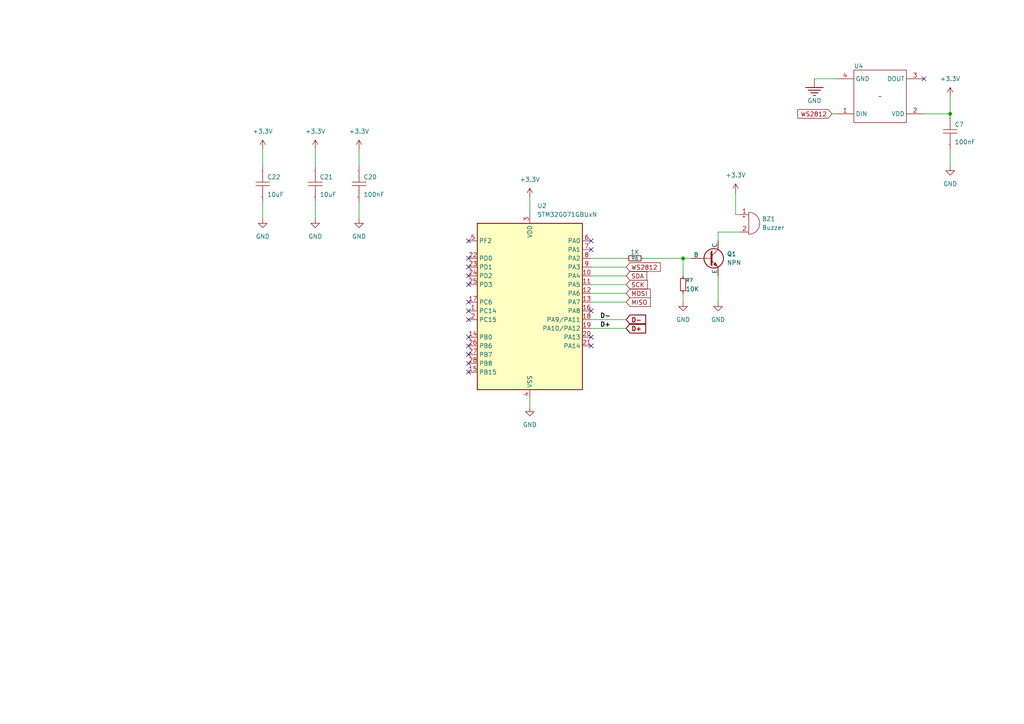
<source format=kicad_sch>
(kicad_sch (version 20250114) (generator "eeschema") (generator_version "9.0")
  (paper "A4")
  (lib_symbols
    (symbol "Device:Buzzer" (pin_names (offset 0.0254) (hide yes))
      (property "Reference" "BZ" (at 3.81 1.27 0))
      (property "Value" "Buzzer" (at 3.81 -1.27 0))
      (symbol "Buzzer_0_1"
        (polyline (pts (xy -1.651 1.905) (xy -1.143 1.905)))
        (polyline (pts (xy -1.397 2.159) (xy -1.397 1.651)))
        (arc (start 0 3.175) (mid 3.1612 0) (end 0 -3.175))
        (polyline (pts (xy 0 3.175) (xy 0 -3.175)))
      )
      (symbol "Buzzer_1_1"
        (pin passive line (at -2.54 2.54 0) (length 2.54) (name "+") (number "1"))
        (pin passive line (at -2.54 -2.54 0) (length 2.54) (name "-") (number "2"))
      )
    )
    (symbol "Device:R_Small" (pin_numbers (hide yes)) (pin_names (offset 0.254) (hide yes))
      (property "Reference" "R" (at 0 0 90))
      (property "Value" "R_Small" (at 1.778 0 90))
      (symbol "R_Small_0_1"
        (rectangle (start -0.762 1.778) (end 0.762 -1.778) (stroke (width 0.2032)))
      )
      (symbol "R_Small_1_1"
        (pin passive line (at 0 2.54 270) (length 0.762) (name "~") (number "1"))
        (pin passive line (at 0 -2.54 90) (length 0.762) (name "~") (number "2"))
      )
    )
    (symbol "MCU_ST_STM32G0:STM32G071GBUxN"
      (property "Reference" "U" (at -15.24 26.67 0))
      (property "Value" "STM32G071GBUxN" (at 2.54 26.67 0))
      (symbol "STM32G071GBUxN_0_1"
        (rectangle (start -15.24 -22.86) (end 15.24 25.4) (stroke (width 0.254)) (fill (type background)))
      )
      (symbol "STM32G071GBUxN_1_1"
        (pin bidirectional line (at -17.78 20.32 0) (length 2.54) (name "PF2") (number "5"))
        (pin bidirectional line (at -17.78 15.24 0) (length 2.54) (name "PD0") (number "22"))
        (pin bidirectional line (at -17.78 12.7 0) (length 2.54) (name "PD1") (number "23"))
        (pin bidirectional line (at -17.78 10.16 0) (length 2.54) (name "PD2") (number "24"))
        (pin bidirectional line (at -17.78 7.62 0) (length 2.54) (name "PD3") (number "25"))
        (pin bidirectional line (at -17.78 2.54 0) (length 2.54) (name "PC6") (number "17"))
        (pin bidirectional line (at -17.78 0 0) (length 2.54) (name "PC14") (number "1"))
        (pin bidirectional line (at -17.78 -2.54 0) (length 2.54) (name "PC15") (number "2"))
        (pin bidirectional line (at -17.78 -7.62 0) (length 2.54) (name "PB0") (number "14"))
        (pin bidirectional line (at -17.78 -10.16 0) (length 2.54) (name "PB6") (number "26"))
        (pin bidirectional line (at -17.78 -12.7 0) (length 2.54) (name "PB7") (number "27"))
        (pin bidirectional line (at -17.78 -15.24 0) (length 2.54) (name "PB8") (number "28"))
        (pin bidirectional line (at -17.78 -17.78 0) (length 2.54) (name "PB15") (number "15"))
        (pin power_in line (at 0 27.94 270) (length 2.54) (name "VDD") (number "3"))
        (pin power_in line (at 0 -25.4 90) (length 2.54) (name "VSS") (number "4"))
        (pin bidirectional line (at 17.78 20.32 180) (length 2.54) (name "PA0") (number "6"))
        (pin bidirectional line (at 17.78 17.78 180) (length 2.54) (name "PA1") (number "7"))
        (pin bidirectional line (at 17.78 15.24 180) (length 2.54) (name "PA2") (number "8"))
        (pin bidirectional line (at 17.78 12.7 180) (length 2.54) (name "PA3") (number "9"))
        (pin bidirectional line (at 17.78 10.16 180) (length 2.54) (name "PA4") (number "10"))
        (pin bidirectional line (at 17.78 7.62 180) (length 2.54) (name "PA5") (number "11"))
        (pin bidirectional line (at 17.78 5.08 180) (length 2.54) (name "PA6") (number "12"))
        (pin bidirectional line (at 17.78 2.54 180) (length 2.54) (name "PA7") (number "13"))
        (pin bidirectional line (at 17.78 0 180) (length 2.54) (name "PA8") (number "16"))
        (pin bidirectional line (at 17.78 -2.54 180) (length 2.54) (name "PA9/PA11") (number "18"))
        (pin bidirectional line (at 17.78 -5.08 180) (length 2.54) (name "PA10/PA12") (number "19"))
        (pin bidirectional line (at 17.78 -7.62 180) (length 2.54) (name "PA13") (number "20"))
        (pin bidirectional line (at 17.78 -10.16 180) (length 2.54) (name "PA14") (number "21"))
      )
    )
    (symbol "ProPrj_基于A-easyedapro:C1210X7R475K630NT"
      (property "Reference" "C" (at 0 0 0))
      (symbol "C1210X7R475K630NT_1_0"
        (polyline (pts (xy -0.508 0) (xy -2.54 0)))
        (polyline (pts (xy -0.508 -2.032) (xy -0.508 2.032)))
        (polyline (pts (xy 0.508 2.032) (xy 0.508 -2.032)))
        (polyline (pts (xy 2.54 0) (xy 0.508 0)))
        (pin input line (at -5.08 0 0) (length 2.54) (name "1") (number "1"))
        (pin input line (at 5.08 0 180) (length 2.54) (name "2") (number "2"))
      )
    )
    (symbol "ProPrj_基于A-easyedapro:Ground-GND" (power) (pin_numbers (hide yes)) (pin_names (hide yes))
      (property "Value" "GND" (at 0 -6.35 0))
      (symbol "Ground-GND_1_0"
        (polyline (pts (xy -2.54 -2.54) (xy 2.54 -2.54)) (stroke (width 0.254)))
        (polyline (pts (xy -1.778 -3.302) (xy 1.778 -3.302)) (stroke (width 0.254)))
        (polyline (pts (xy -1.016 -4.064) (xy 1.016 -4.064)) (stroke (width 0.254)))
        (polyline (pts (xy -0.254 -4.826) (xy 0.254 -4.826)) (stroke (width 0.254)))
        (pin power_in line (at 0 0 270) (length 2.54) (name "") (number "1"))
      )
    )
    (symbol "ProPrj_基于A-easyedapro:ws2812b_1515"
      (symbol "ws2812b_1515_1_0"
        (rectangle (start -7.62 -7.62) (end 7.62 7.62))
        (pin input line (at -12.7 5.08 0) (length 5.08) (name "GND") (number "4"))
        (pin input line (at -12.7 -5.08 0) (length 5.08) (name "DIN") (number "1"))
        (pin input line (at 12.7 5.08 180) (length 5.08) (name "DOUT") (number "3"))
        (pin input line (at 12.7 -5.08 180) (length 5.08) (name "VDD") (number "2"))
      )
    )
    (symbol "Simulation_SPICE:NPN" (pin_numbers (hide yes)) (pin_names (offset 0))
      (property "Reference" "Q" (at -2.54 7.62 0))
      (property "Value" "NPN" (at -2.54 5.08 0))
      (symbol "NPN_0_1"
        (polyline (pts (xy -2.54 0) (xy 0.635 0)) (stroke (width 0.1524)))
        (polyline (pts (xy 0.635 1.905) (xy 0.635 -1.905) (xy 0.635 -1.905)) (stroke (width 0.508)))
        (polyline (pts (xy 0.635 0.635) (xy 2.54 2.54)))
        (polyline (pts (xy 0.635 -0.635) (xy 2.54 -2.54) (xy 2.54 -2.54)))
        (circle (center 1.27 0) (radius 2.8194) (stroke (width 0.254)))
        (polyline (pts (xy 1.27 -1.778) (xy 1.778 -1.27) (xy 2.286 -2.286) (xy 1.27 -1.778) (xy 1.27 -1.778)) (fill (type outline)))
        (polyline (pts (xy 2.794 -1.27) (xy 2.794 -1.27)) (stroke (width 0.1524)))
        (polyline (pts (xy 2.794 -1.27) (xy 2.794 -1.27)) (stroke (width 0.1524)))
      )
      (symbol "NPN_1_1"
        (pin input line (at -5.08 0 0) (length 2.54) (name "B") (number "2"))
        (pin open_collector line (at 2.54 5.08 270) (length 2.54) (name "C") (number "1"))
        (pin open_emitter line (at 2.54 -5.08 90) (length 2.54) (name "E") (number "3"))
      )
    )
    (symbol "power:+3.3V" (power) (pin_numbers (hide yes)) (pin_names (offset 0) (hide yes))
      (property "Value" "+3.3V" (at 0 3.556 0))
      (symbol "+3.3V_0_1"
        (polyline (pts (xy -0.762 1.27) (xy 0 2.54)))
        (polyline (pts (xy 0 2.54) (xy 0.762 1.27)))
        (polyline (pts (xy 0 0) (xy 0 2.54)))
      )
      (symbol "+3.3V_1_1"
        (pin power_in line (at 0 0 90) (length 0) (name "~") (number "1"))
      )
    )
    (symbol "power:GND" (power) (pin_numbers (hide yes)) (pin_names (offset 0) (hide yes))
      (property "Value" "GND" (at 0 -3.81 0))
      (symbol "GND_0_1"
        (polyline (pts (xy 0 0) (xy 0 -1.27) (xy 1.27 -1.27) (xy 0 -2.54) (xy -1.27 -1.27) (xy 0 -1.27)))
      )
      (symbol "GND_1_1"
        (pin power_in line (at 0 0 270) (length 0) (name "~") (number "1"))
      )
    )
  )
  (junction (at 198.12 74.93))
  (junction (at 275.59 33.02))
  (no_connect (at 135.89 100.33))
  (no_connect (at 135.89 82.55))
  (no_connect (at 135.89 107.95))
  (no_connect (at 135.89 69.85))
  (no_connect (at 171.45 100.33))
  (no_connect (at 267.97 22.86))
  (no_connect (at 171.45 90.17))
  (no_connect (at 171.45 72.39))
  (no_connect (at 135.89 97.79))
  (no_connect (at 171.45 69.85))
  (no_connect (at 135.89 102.87))
  (no_connect (at 171.45 97.79))
  (no_connect (at 135.89 105.41))
  (no_connect (at 135.89 80.01))
  (no_connect (at 135.89 77.47))
  (no_connect (at 135.89 87.63))
  (no_connect (at 135.89 90.17))
  (no_connect (at 135.89 92.71))
  (no_connect (at 135.89 74.93))
  (wire (pts (xy 275.59 27.94) (xy 275.59 33.02)))
  (wire (pts (xy 76.2 58.42) (xy 76.2 63.5)))
  (wire (pts (xy 171.45 74.93) (xy 181.61 74.93)))
  (wire (pts (xy 275.59 43.18) (xy 275.59 48.26)))
  (wire (pts (xy 171.45 87.63) (xy 181.61 87.63)))
  (wire (pts (xy 208.28 80.01) (xy 208.28 87.63)))
  (wire (pts (xy 186.69 74.93) (xy 198.12 74.93)))
  (wire (pts (xy 91.44 58.42) (xy 91.44 63.5)))
  (wire (pts (xy 214.63 67.31) (xy 208.28 67.31)))
  (wire (pts (xy 171.45 95.25) (xy 181.61 95.25)))
  (wire (pts (xy 171.45 77.47) (xy 181.61 77.47)))
  (wire (pts (xy 267.97 33.02) (xy 275.59 33.02)))
  (wire (pts (xy 171.45 85.09) (xy 181.61 85.09)))
  (wire (pts (xy 76.2 43.18) (xy 76.2 48.26)))
  (wire (pts (xy 104.14 43.18) (xy 104.14 48.26)))
  (wire (pts (xy 213.36 62.23) (xy 214.63 62.23)))
  (wire (pts (xy 198.12 74.93) (xy 200.66 74.93)))
  (wire (pts (xy 171.45 82.55) (xy 181.61 82.55)))
  (wire (pts (xy 153.67 115.57) (xy 153.67 118.11)))
  (wire (pts (xy 91.44 43.18) (xy 91.44 48.26)))
  (wire (pts (xy 198.12 74.93) (xy 198.12 80.01)))
  (wire (pts (xy 236.22 22.86) (xy 242.57 22.86)))
  (wire (pts (xy 208.28 67.31) (xy 208.28 69.85)))
  (wire (pts (xy 104.14 58.42) (xy 104.14 63.5)))
  (wire (pts (xy 198.12 85.09) (xy 198.12 87.63)))
  (wire (pts (xy 213.36 55.88) (xy 213.36 62.23)))
  (wire (pts (xy 241.3 33.02) (xy 242.57 33.02)))
  (wire (pts (xy 171.45 80.01) (xy 181.61 80.01)))
  (wire (pts (xy 171.45 92.71) (xy 181.61 92.71)))
  (wire (pts (xy 153.67 57.15) (xy 153.67 62.23)))
  (label "D+" (at 173.99 95.25 0) (effects (font (thickness 0.254) (bold yes))))
  (label "D-" (at 173.99 92.71 0) (effects (font (thickness 0.254) (bold yes))))
  (global_label "D+" (shape input) (at 181.61 95.25 0) (effects (font (thickness 0.254) (bold yes))) (property "Intersheetrefs" "${INTERSHEET_REFS}" (effects (hide yes))))
  (global_label "D-" (shape input) (at 181.61 92.71 0) (effects (font (thickness 0.254) (bold yes))) (property "Intersheetrefs" "${INTERSHEET_REFS}" (effects (hide yes))))
  (global_label "WS2812" (shape input) (at 241.3 33.02 180) (property "Intersheetrefs" "${INTERSHEET_REFS}" (effects (hide yes))))
  (global_label "SDA" (shape input) (at 181.61 80.01 0) (property "Intersheetrefs" "${INTERSHEET_REFS}" (effects (hide yes))))
  (global_label "SCK" (shape input) (at 181.61 82.55 0) (property "Intersheetrefs" "${INTERSHEET_REFS}" (effects (hide yes))))
  (global_label "WS2812" (shape input) (at 181.61 77.47 0) (property "Intersheetrefs" "${INTERSHEET_REFS}" (effects (hide yes))))
  (global_label "MOSI" (shape input) (at 181.61 85.09 0) (property "Intersheetrefs" "${INTERSHEET_REFS}" (effects (hide yes))))
  (global_label "MISO" (shape input) (at 181.61 87.63 0) (property "Intersheetrefs" "${INTERSHEET_REFS}" (effects (hide yes))))
  (symbol (lib_id "power:GND") (at 153.67 118.11 0) (unit 1)
    (property "Reference" "#PWR09" (effects (hide yes)))
    (property "Value" "GND" (at 153.67 123.19 0))
    (property "Description" "Power symbol creates a global label with name \"GND\" , ground" (effects (hide yes)))
  )
  (symbol (lib_id "power:GND") (at 275.59 48.26 0) (unit 1)
    (property "Reference" "#PWR013" (effects (hide yes)))
    (property "Value" "GND" (at 275.59 53.34 0))
    (property "Description" "Power symbol creates a global label with name \"GND\" , ground" (effects (hide yes)))
  )
  (symbol (lib_id "power:+3.3V") (at 76.2 43.18 0) (unit 1)
    (property "Reference" "#PWR020" (effects (hide yes)))
    (property "Value" "+3.3V" (at 76.2 38.1 0))
    (property "Description" "Power symbol creates a global label with name \"+3.3V\"" (effects (hide yes)))
  )
  (symbol (lib_id "power:GND") (at 208.28 87.63 0) (unit 1)
    (property "Reference" "#PWR011" (effects (hide yes)))
    (property "Value" "GND" (at 208.28 92.71 0))
    (property "Description" "Power symbol creates a global label with name \"GND\" , ground" (effects (hide yes)))
  )
  (symbol (lib_id "power:+3.3V") (at 153.67 57.15 0) (unit 1)
    (property "Reference" "#PWR010" (effects (hide yes)))
    (property "Value" "+3.3V" (at 153.67 52.07 0))
    (property "Description" "Power symbol creates a global label with name \"+3.3V\"" (effects (hide yes)))
  )
  (symbol (lib_id "power:+3.3V") (at 104.14 43.18 0) (unit 1)
    (property "Reference" "#PWR016" (effects (hide yes)))
    (property "Value" "+3.3V" (at 104.14 38.1 0))
    (property "Description" "Power symbol creates a global label with name \"+3.3V\"" (effects (hide yes)))
  )
  (symbol (lib_id "Device:R_Small") (at 198.12 82.55 180) (unit 1)
    (property "Reference" "R7" (at 198.882 81.28 0) (effects (font (size 1.016 1.016)) (justify right)))
    (property "Value" "10K" (at 198.882 83.82 0) (effects (justify right)))
    (property "Footprint" "Resistor_SMD:R_0603_1608Metric" (effects (hide yes)))
    (property "Description" "Resistor, small symbol" (effects (hide yes)))
  )
  (symbol (lib_id "Device:R_Small") (at 184.15 74.93 90) (unit 1)
    (property "Reference" "R6" (at 184.15 74.93 90) (effects (font (size 1.016 1.016))))
    (property "Value" "1K" (at 184.15 73.152 90))
    (property "Footprint" "Resistor_SMD:R_0603_1608Metric" (effects (hide yes)))
    (property "Description" "Resistor, small symbol" (effects (hide yes)))
  )
  (symbol (lib_id "Device:Buzzer") (at 217.17 64.77 0) (unit 1)
    (property "Reference" "BZ1" (at 220.98 63.4999 0) (effects (justify left)))
    (property "Value" "Buzzer" (at 220.98 66.0399 0) (effects (justify left)))
    (property "Footprint" "Buzzer_Beeper:MagneticBuzzer_CUI_CMT-8504-100-SMT" (effects (hide yes)))
    (property "Description" "Buzzer, polarized" (effects (hide yes)))
  )
  (symbol (lib_id "ProPrj_基于A-easyedapro:C1210X7R475K630NT") (at 104.14 53.34 90) (unit 1)
    (property "Reference" "C20" (at 105.41 52.07 90) (effects (justify right top)))
    (property "Value" "100nF" (at 105.41 57.15 90) (effects (justify right top)))
    (property "Footprint" "Capacitor_SMD:C_0603_1608Metric" (effects (hide yes)))
    (property "Description" "容值:100nF;精度:±10%;额定电压:50V;温度系数:X7R;" (effects (hide yes)))
    (property "Supplier Part" "C1525" (effects (hide yes)))
  )
  (symbol (lib_id "power:GND") (at 91.44 63.5 0) (unit 1)
    (property "Reference" "#PWR019" (effects (hide yes)))
    (property "Value" "GND" (at 91.44 68.58 0))
    (property "Description" "Power symbol creates a global label with name \"GND\" , ground" (effects (hide yes)))
  )
  (symbol (lib_id "power:+3.3V") (at 213.36 55.88 0) (unit 1)
    (property "Reference" "#PWR014" (effects (hide yes)))
    (property "Value" "+3.3V" (at 213.36 50.8 0))
    (property "Description" "Power symbol creates a global label with name \"+3.3V\"" (effects (hide yes)))
  )
  (symbol (lib_id "power:+3.3V") (at 91.44 43.18 0) (unit 1)
    (property "Reference" "#PWR018" (effects (hide yes)))
    (property "Value" "+3.3V" (at 91.44 38.1 0))
    (property "Description" "Power symbol creates a global label with name \"+3.3V\"" (effects (hide yes)))
  )
  (symbol (lib_id "power:GND") (at 76.2 63.5 0) (unit 1)
    (property "Reference" "#PWR022" (effects (hide yes)))
    (property "Value" "GND" (at 76.2 68.58 0))
    (property "Description" "Power symbol creates a global label with name \"GND\" , ground" (effects (hide yes)))
  )
  (symbol (lib_id "power:+3.3V") (at 275.59 27.94 0) (unit 1)
    (property "Reference" "#PWR012" (effects (hide yes)))
    (property "Value" "+3.3V" (at 275.59 22.86 0))
    (property "Description" "Power symbol creates a global label with name \"+3.3V\"" (effects (hide yes)))
  )
  (symbol (lib_id "ProPrj_基于A-easyedapro:Ground-GND") (at 236.22 22.86 0) (unit 1)
    (property "Reference" "#PWR01" (effects (hide yes)))
    (property "Value" "GND" (at 236.22 29.21 0))
    (property "Footprint" "ProPrj_基于A-easyedapro:" (effects (hide yes)))
  )
  (symbol (lib_id "power:GND") (at 198.12 87.63 0) (unit 1)
    (property "Reference" "#PWR015" (effects (hide yes)))
    (property "Value" "GND" (at 198.12 92.71 0))
    (property "Description" "Power symbol creates a global label with name \"GND\" , ground" (effects (hide yes)))
  )
  (symbol (lib_id "ProPrj_基于A-easyedapro:ws2812b_1515") (at 255.27 27.94 0) (unit 1)
    (property "Reference" "U4" (at 247.65 19.8882 0) (effects (justify left bottom)))
    (property "Value" "~" (at 255.27 27.94 0))
    (property "Footprint" "LED_SMD:LED_WS2812B-2020_PLCC4_2.0x2.0mm" (effects (hide yes)))
  )
  (symbol (lib_id "ProPrj_基于A-easyedapro:C1210X7R475K630NT") (at 275.59 38.1 90) (unit 1)
    (property "Reference" "C7" (at 276.86 36.83 90) (effects (justify right top)))
    (property "Value" "100nF" (at 276.86 41.91 90) (effects (justify right top)))
    (property "Footprint" "Capacitor_SMD:C_0603_1608Metric" (effects (hide yes)))
    (property "Description" "容值:100nF;精度:±10%;额定电压:50V;温度系数:X7R;" (effects (hide yes)))
    (property "Supplier Part" "C1525" (effects (hide yes)))
  )
  (symbol (lib_id "power:GND") (at 104.14 63.5 0) (unit 1)
    (property "Reference" "#PWR017" (effects (hide yes)))
    (property "Value" "GND" (at 104.14 68.58 0))
    (property "Description" "Power symbol creates a global label with name \"GND\" , ground" (effects (hide yes)))
  )
  (symbol (lib_id "MCU_ST_STM32G0:STM32G071GBUxN") (at 153.67 90.17 0) (unit 1)
    (property "Reference" "U2" (at 155.8133 59.69 0) (effects (justify left)))
    (property "Value" "STM32G071GBUxN" (at 155.8133 62.23 0) (effects (justify left)))
    (property "Footprint" "Package_DFN_QFN:QFN-28_4x4mm_P0.5mm" (effects (hide yes)))
    (property "Datasheet" "https://www.st.com/resource/en/datasheet/stm32g071gb.pdf" (effects (hide yes)))
    (property "Description" "STMicroelectronics Arm Cortex-M0+ MCU, 128KB flash, 36KB RAM, 64 MHz, 1.7-3.6V, 26 GPIO, UFQFPN28" (effects (hide yes)))
  )
  (symbol (lib_id "ProPrj_基于A-easyedapro:C1210X7R475K630NT") (at 91.44 53.34 90) (unit 1)
    (property "Reference" "C21" (at 92.71 52.07 90) (effects (justify right top)))
    (property "Value" "10uF" (at 92.71 57.15 90) (effects (justify right top)))
    (property "Footprint" "Capacitor_SMD:C_0603_1608Metric" (effects (hide yes)))
    (property "Description" "容值:100nF;精度:±10%;额定电压:50V;温度系数:X7R;" (effects (hide yes)))
    (property "Supplier Part" "C1525" (effects (hide yes)))
  )
  (symbol (lib_id "Simulation_SPICE:NPN") (at 205.74 74.93 0) (unit 1)
    (property "Reference" "Q1" (at 210.82 73.6599 0) (effects (justify left)))
    (property "Value" "NPN" (at 210.82 76.1999 0) (effects (justify left)))
    (property "Footprint" "Package_TO_SOT_SMD:SOT-323_SC-70" (effects (hide yes)))
    (property "Datasheet" "https://ngspice.sourceforge.io/docs/ngspice-html-manual/manual.xhtml#cha_BJTs" (effects (hide yes)))
    (property "Description" "Bipolar transistor symbol for simulation only, substrate tied to the emitter" (effects (hide yes)))
    (property "Sim.Device" "NPN" (effects (hide yes)))
    (property "Sim.Type" "GUMMELPOON" (effects (hide yes)))
    (property "Sim.Pins" "1=C 2=B 3=E" (effects (hide yes)))
  )
  (symbol (lib_id "ProPrj_基于A-easyedapro:C1210X7R475K630NT") (at 76.2 53.34 90) (unit 1)
    (property "Reference" "C22" (at 77.47 52.07 90) (effects (justify right top)))
    (property "Value" "10uF" (at 77.47 57.15 90) (effects (justify right top)))
    (property "Footprint" "Capacitor_SMD:C_0603_1608Metric" (effects (hide yes)))
    (property "Description" "容值:100nF;精度:±10%;额定电压:50V;温度系数:X7R;" (effects (hide yes)))
    (property "Supplier Part" "C1525" (effects (hide yes)))
  )
)
</source>
